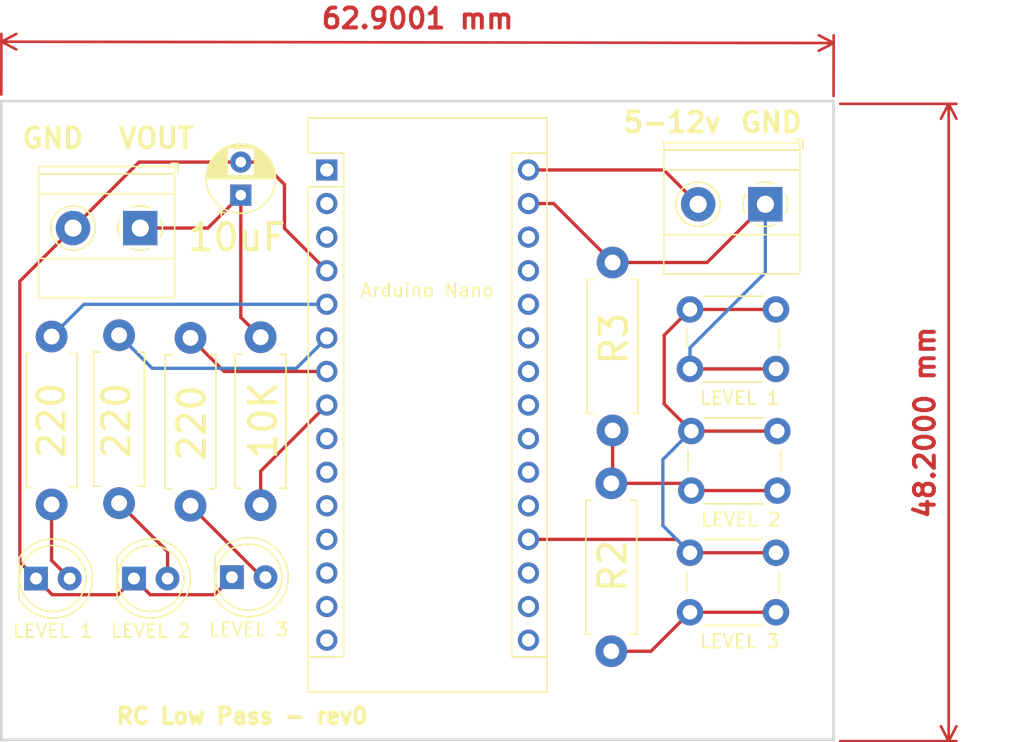
<source format=kicad_pcb>
(kicad_pcb (version 20211014) (generator pcbnew)
  (layers (0 "F.Cu" signal) (31 "B.Cu" signal) (34 "B.Paste" user) (35 "F.Paste" user) (36 "B.SilkS" user "B.Silkscreen") (37 "F.SilkS" user "F.Silkscreen") (38 "B.Mask" user) (39 "F.Mask" user) (44 "Edge.Cuts" user))
  (net 0 "")
  (net 4 "LED_1")
  (net 5 "LED_2")
  (net 6 "LED_3")
  (net 7 "ARDUINO_PIN")
  (net 27 "GND")
  (net 28 "VOLTAGE_IN")
  (net 29 "VOLTAGE_OUT")
  (net 30 "ANALOG")
  (net 31 "GND1")
  (net 32 "Net-(R2-Pad1)")
  (net 33 "Net-(R2-Pad2)")
  (net 34 "Net-(R4-Pad2)")
  (net 35 "Net-(R5-Pad2)")
  (net 36 "Net-(R6-Pad2)")
  (footprint "Button_Switch_THT:SW_PUSH_6mm" (layer "F.Cu") (at 160.85 95.45)
    (fp_text reference "SW2" hide)
    (fp_text value "LEVEL 2" (at 3.75 6.7) (layer "F.SilkS"))
    (fp_line (start -0.25 1.5) (end -0.25 3) (layer "F.SilkS") (width 0.12))
    (fp_line (start 6.75 3) (end 6.75 1.5) (layer "F.SilkS") (width 0.12))
    (fp_line (start 1 5.5) (end 5.5 5.5) (layer "F.SilkS") (width 0.12))
    (fp_line (start 5.5 -1) (end 1 -1) (layer "F.SilkS") (width 0.12))
    (pad "1" thru_hole circle (at 0 0 90) (size 2 2) (drill 1.1) (layers *.Cu *.Mask) (net 30 "ANALOG"))
    (pad "1" thru_hole circle (at 6.5 0 90) (size 2 2) (drill 1.1) (layers *.Cu *.Mask) (net 30 "ANALOG"))
    (pad "2" thru_hole circle (at 0 4.5 90) (size 2 2) (drill 1.1) (layers *.Cu *.Mask) (net 33 "Net-(R2-Pad2)"))
    (pad "2" thru_hole circle (at 6.5 4.5 90) (size 2 2) (drill 1.1) (layers *.Cu *.Mask) (net 33 "Net-(R2-Pad2)"))
  )
  (footprint "Resistor_THT:R_Axial_DIN0411_L9.9mm_D3.6mm_P12.70mm_Horizontal" (layer "F.Cu") (at 154.8 112.1 90)
    (fp_text reference "R2" (at 6.45 0.1 90) (layer "F.SilkS") (effects (font (size 2 2) (thickness 0.3))))
    (fp_text value "2K" hide)
    (fp_line (start 11.42 1.92) (end 11.42 1.44) (layer "F.SilkS") (width 0.12))
    (fp_line (start 1.28 1.92) (end 11.42 1.92) (layer "F.SilkS") (width 0.12))
    (fp_line (start 1.28 -1.92) (end 11.42 -1.92) (layer "F.SilkS") (width 0.12))
    (fp_line (start 1.28 1.44) (end 1.28 1.92) (layer "F.SilkS") (width 0.12))
    (fp_line (start 1.28 -1.44) (end 1.28 -1.92) (layer "F.SilkS") (width 0.12))
    (fp_line (start 11.42 -1.92) (end 11.42 -1.44) (layer "F.SilkS") (width 0.12))
    (pad "1" thru_hole circle (at 0 0 90) (size 2.4 2.4) (drill 1.2) (layers *.Cu *.Mask) (net 32 "Net-(R2-Pad1)"))
    (pad "2" thru_hole oval (at 12.7 0 90) (size 2.4 2.4) (drill 1.2) (layers *.Cu *.Mask) (net 33 "Net-(R2-Pad2)"))
  )
  (footprint "MountingHole:MountingHole_3mm" (layer "F.Cu") (at 168 115.1)
    (fp_text reference "H2" hide)
    (fp_text value "MountingHole" hide)
    (pad "" np_thru_hole circle (at 0 0) (size 3 3) (drill 3) (layers *.Cu *.Mask))
  )
  (footprint "Capacitor_THT:CP_Radial_D5.0mm_P2.50mm" (layer "F.Cu") (at 126.8 77.605113 90)
    (fp_text reference "C1" hide)
    (fp_text value "10uF" (at -3.194888 -0.3) (layer "F.SilkS") (effects (font (size 2 2) (thickness 0.3))))
    (fp_line (start 1.73 -2.536) (end 1.73 -1.04) (layer "F.SilkS") (width 0.12))
    (fp_line (start 1.85 -2.511) (end 1.85 -1.04) (layer "F.SilkS") (width 0.12))
    (fp_line (start 1.65 1.04) (end 1.65 2.55) (layer "F.SilkS") (width 0.12))
    (fp_line (start 2.091 1.04) (end 2.091 2.442) (layer "F.SilkS") (width 0.12))
    (fp_line (start 2.011 -2.468) (end 2.011 -1.04) (layer "F.SilkS") (width 0.12))
    (fp_line (start 2.531 1.04) (end 2.531 2.247) (layer "F.SilkS") (width 0.12))
    (fp_line (start 3.291 1.04) (end 3.291 1.605) (layer "F.SilkS") (width 0.12))
    (fp_line (start 2.411 1.04) (end 2.411 2.31) (layer "F.SilkS") (width 0.12))
    (fp_line (start 2.451 -2.29) (end 2.451 -1.04) (layer "F.SilkS") (width 0.12))
    (fp_line (start 1.41 -2.576) (end 1.41 2.576) (layer "F.SilkS") (width 0.12))
    (fp_line (start 2.291 -2.365) (end 2.291 -1.04) (layer "F.SilkS") (width 0.12))
    (fp_line (start 3.331 1.04) (end 3.331 1.554) (layer "F.SilkS") (width 0.12))
    (fp_line (start 1.37 -2.578) (end 1.37 2.578) (layer "F.SilkS") (width 0.12))
    (fp_line (start 1.69 -2.543) (end 1.69 -1.04) (layer "F.SilkS") (width 0.12))
    (fp_line (start 3.451 -1.383) (end 3.451 -1.04) (layer "F.SilkS") (width 0.12))
    (fp_line (start 2.011 1.04) (end 2.011 2.468) (layer "F.SilkS") (width 0.12))
    (fp_line (start 3.651 -1.011) (end 3.651 1.011) (layer "F.SilkS") (width 0.12))
    (fp_line (start 3.531 -1.251) (end 3.531 -1.04) (layer "F.SilkS") (width 0.12))
    (fp_line (start 2.731 -2.122) (end 2.731 -1.04) (layer "F.SilkS") (width 0.12))
    (fp_line (start 2.091 -2.442) (end 2.091 -1.04) (layer "F.SilkS") (width 0.12))
    (fp_line (start 3.491 -1.319) (end 3.491 -1.04) (layer "F.SilkS") (width 0.12))
    (fp_line (start 2.731 1.04) (end 2.731 2.122) (layer "F.SilkS") (width 0.12))
    (fp_line (start -1.304775 -1.725) (end -1.304775 -1.225) (layer "F.SilkS") (width 0.12))
    (fp_line (start 3.051 -1.864) (end 3.051 -1.04) (layer "F.SilkS") (width 0.12))
    (fp_line (start 3.691 -0.915) (end 3.691 0.915) (layer "F.SilkS") (width 0.12))
    (fp_line (start 2.051 1.04) (end 2.051 2.455) (layer "F.SilkS") (width 0.12))
    (fp_line (start 3.451 1.04) (end 3.451 1.383) (layer "F.SilkS") (width 0.12))
    (fp_line (start 2.531 -2.247) (end 2.531 -1.04) (layer "F.SilkS") (width 0.12))
    (fp_line (start 3.811 -0.518) (end 3.811 0.518) (layer "F.SilkS") (width 0.12))
    (fp_line (start 1.971 -2.48) (end 1.971 -1.04) (layer "F.SilkS") (width 0.12))
    (fp_line (start 3.131 -1.785) (end 3.131 -1.04) (layer "F.SilkS") (width 0.12))
    (fp_line (start 2.611 -2.2) (end 2.611 -1.04) (layer "F.SilkS") (width 0.12))
    (fp_line (start 2.811 1.04) (end 2.811 2.065) (layer "F.SilkS") (width 0.12))
    (fp_line (start 1.89 1.04) (end 1.89 2.501) (layer "F.SilkS") (width 0.12))
    (fp_line (start 3.331 -1.554) (end 3.331 -1.04) (layer "F.SilkS") (width 0.12))
    (fp_line (start 3.571 -1.178) (end 3.571 1.178) (layer "F.SilkS") (width 0.12))
    (fp_line (start 2.251 1.04) (end 2.251 2.382) (layer "F.SilkS") (width 0.12))
    (fp_line (start 1.25 -2.58) (end 1.25 2.58) (layer "F.SilkS") (width 0.12))
    (fp_line (start 3.051 1.04) (end 3.051 1.864) (layer "F.SilkS") (width 0.12))
    (fp_line (start 2.971 -1.937) (end 2.971 -1.04) (layer "F.SilkS") (width 0.12))
    (fp_line (start 2.891 1.04) (end 2.891 2.004) (layer "F.SilkS") (width 0.12))
    (fp_line (start 3.771 -0.677) (end 3.771 0.677) (layer "F.SilkS") (width 0.12))
    (fp_line (start 2.931 1.04) (end 2.931 1.971) (layer "F.SilkS") (width 0.12))
    (fp_line (start 2.891 -2.004) (end 2.891 -1.04) (layer "F.SilkS") (width 0.12))
    (fp_line (start 3.411 -1.443) (end 3.411 -1.04) (layer "F.SilkS") (width 0.12))
    (fp_line (start 3.211 -1.699) (end 3.211 -1.04) (layer "F.SilkS") (width 0.12))
    (fp_line (start 2.371 1.04) (end 2.371 2.329) (layer "F.SilkS") (width 0.12))
    (fp_line (start 2.491 -2.268) (end 2.491 -1.04) (layer "F.SilkS") (width 0.12))
    (fp_line (start 3.371 1.04) (end 3.371 1.5) (layer "F.SilkS") (width 0.12))
    (fp_line (start 3.091 1.04) (end 3.091 1.826) (layer "F.SilkS") (width 0.12))
    (fp_line (start 2.291 1.04) (end 2.291 2.365) (layer "F.SilkS") (width 0.12))
    (fp_line (start 2.211 -2.398) (end 2.211 -1.04) (layer "F.SilkS") (width 0.12))
    (fp_line (start 2.771 1.04) (end 2.771 2.095) (layer "F.SilkS") (width 0.12))
    (fp_line (start 1.65 -2.55) (end 1.65 -1.04) (layer "F.SilkS") (width 0.12))
    (fp_line (start 3.011 1.04) (end 3.011 1.901) (layer "F.SilkS") (width 0.12))
    (fp_line (start 1.89 -2.501) (end 1.89 -1.04) (layer "F.SilkS") (width 0.12))
    (fp_line (start 3.091 -1.826) (end 3.091 -1.04) (layer "F.SilkS") (width 0.12))
    (fp_line (start 2.931 -1.971) (end 2.931 -1.04) (layer "F.SilkS") (width 0.12))
    (fp_line (start 2.571 -2.224) (end 2.571 -1.04) (layer "F.SilkS") (width 0.12))
    (fp_line (start 1.49 -2.569) (end 1.49 -1.04) (layer "F.SilkS") (width 0.12))
    (fp_line (start 1.85 1.04) (end 1.85 2.511) (layer "F.SilkS") (width 0.12))
    (fp_line (start 2.331 -2.348) (end 2.331 -1.04) (layer "F.SilkS") (width 0.12))
    (fp_line (start 3.171 1.04) (end 3.171 1.743) (layer "F.SilkS") (width 0.12))
    (fp_line (start 3.851 -0.284) (end 3.851 0.284) (layer "F.SilkS") (width 0.12))
    (fp_line (start 1.81 -2.52) (end 1.81 -1.04) (layer "F.SilkS") (width 0.12))
    (fp_line (start 1.971 1.04) (end 1.971 2.48) (layer "F.SilkS") (width 0.12))
    (fp_line (start 3.371 -1.5) (end 3.371 -1.04) (layer "F.SilkS") (width 0.12))
    (fp_line (start 2.131 1.04) (end 2.131 2.428) (layer "F.SilkS") (width 0.12))
    (fp_line (start 2.371 -2.329) (end 2.371 -1.04) (layer "F.SilkS") (width 0.12))
    (fp_line (start 2.971 1.04) (end 2.971 1.937) (layer "F.SilkS") (width 0.12))
    (fp_line (start 3.131 1.04) (end 3.131 1.785) (layer "F.SilkS") (width 0.12))
    (fp_line (start 3.291 -1.605) (end 3.291 -1.04) (layer "F.SilkS") (width 0.12))
    (fp_line (start 2.251 -2.382) (end 2.251 -1.04) (layer "F.SilkS") (width 0.12))
    (fp_line (start 1.69 1.04) (end 1.69 2.543) (layer "F.SilkS") (width 0.12))
    (fp_line (start 1.29 -2.58) (end 1.29 2.58) (layer "F.SilkS") (width 0.12))
    (fp_line (start 1.77 -2.528) (end 1.77 -1.04) (layer "F.SilkS") (width 0.12))
    (fp_line (start 3.011 -1.901) (end 3.011 -1.04) (layer "F.SilkS") (width 0.12))
    (fp_line (start 3.211 1.04) (end 3.211 1.699) (layer "F.SilkS") (width 0.12))
    (fp_line (start 1.45 -2.573) (end 1.45 2.573) (layer "F.SilkS") (width 0.12))
    (fp_line (start 2.651 1.04) (end 2.651 2.175) (layer "F.SilkS") (width 0.12))
    (fp_line (start 3.531 1.04) (end 3.531 1.251) (layer "F.SilkS") (width 0.12))
    (fp_line (start 2.691 -2.149) (end 2.691 -1.04) (layer "F.SilkS") (width 0.12))
    (fp_line (start 1.93 1.04) (end 1.93 2.491) (layer "F.SilkS") (width 0.12))
    (fp_line (start 2.211 1.04) (end 2.211 2.398) (layer "F.SilkS") (width 0.12))
    (fp_line (start 3.491 1.04) (end 3.491 1.319) (layer "F.SilkS") (width 0.12))
    (fp_line (start 1.61 1.04) (end 1.61 2.556) (layer "F.SilkS") (width 0.12))
    (fp_line (start 1.53 -2.565) (end 1.53 -1.04) (layer "F.SilkS") (width 0.12))
    (fp_line (start 3.171 -1.743) (end 3.171 -1.04) (layer "F.SilkS") (width 0.12))
    (fp_line (start 2.131 -2.428) (end 2.131 -1.04) (layer "F.SilkS") (width 0.12))
    (fp_line (start 2.491 1.04) (end 2.491 2.268) (layer "F.SilkS") (width 0.12))
    (fp_line (start 3.731 -0.805) (end 3.731 0.805) (layer "F.SilkS") (width 0.12))
    (fp_line (start 2.051 -2.455) (end 2.051 -1.04) (layer "F.SilkS") (width 0.12))
    (fp_line (start 1.57 -2.561) (end 1.57 -1.04) (layer "F.SilkS") (width 0.12))
    (fp_line (start 1.33 -2.579) (end 1.33 2.579) (layer "F.SilkS") (width 0.12))
    (fp_line (start -1.554775 -1.475) (end -1.054775 -1.475) (layer "F.SilkS") (width 0.12))
    (fp_line (start 3.411 1.04) (end 3.411 1.443) (layer "F.SilkS") (width 0.12))
    (fp_line (start 2.851 1.04) (end 2.851 2.035) (layer "F.SilkS") (width 0.12))
    (fp_line (start 2.771 -2.095) (end 2.771 -1.04) (layer "F.SilkS") (width 0.12))
    (fp_line (start 2.171 -2.414) (end 2.171 -1.04) (layer "F.SilkS") (width 0.12))
    (fp_line (start 2.651 -2.175) (end 2.651 -1.04) (layer "F.SilkS") (width 0.12))
    (fp_line (start 1.53 1.04) (end 1.53 2.565) (layer "F.SilkS") (width 0.12))
    (fp_line (start 2.171 1.04) (end 2.171 2.414) (layer "F.SilkS") (width 0.12))
    (fp_line (start 2.331 1.04) (end 2.331 2.348) (layer "F.SilkS") (width 0.12))
    (fp_line (start 2.571 1.04) (end 2.571 2.224) (layer "F.SilkS") (width 0.12))
    (fp_line (start 3.251 -1.653) (end 3.251 -1.04) (layer "F.SilkS") (width 0.12))
    (fp_line (start 2.411 -2.31) (end 2.411 -1.04) (layer "F.SilkS") (width 0.12))
    (fp_line (start 1.61 -2.556) (end 1.61 -1.04) (layer "F.SilkS") (width 0.12))
    (fp_line (start 3.611 -1.098) (end 3.611 1.098) (layer "F.SilkS") (width 0.12))
    (fp_line (start 1.73 1.04) (end 1.73 2.536) (layer "F.SilkS") (width 0.12))
    (fp_line (start 2.691 1.04) (end 2.691 2.149) (layer "F.SilkS") (width 0.12))
    (fp_line (start 2.811 -2.065) (end 2.811 -1.04) (layer "F.SilkS") (width 0.12))
    (fp_line (start 1.77 1.04) (end 1.77 2.528) (layer "F.SilkS") (width 0.12))
    (fp_line (start 1.49 1.04) (end 1.49 2.569) (layer "F.SilkS") (width 0.12))
    (fp_line (start 2.451 1.04) (end 2.451 2.29) (layer "F.SilkS") (width 0.12))
    (fp_line (start 2.851 -2.035) (end 2.851 -1.04) (layer "F.SilkS") (width 0.12))
    (fp_line (start 3.251 1.04) (end 3.251 1.653) (layer "F.SilkS") (width 0.12))
    (fp_line (start 1.57 1.04) (end 1.57 2.561) (layer "F.SilkS") (width 0.12))
    (fp_line (start 2.611 1.04) (end 2.611 2.2) (layer "F.SilkS") (width 0.12))
    (fp_line (start 1.93 -2.491) (end 1.93 -1.04) (layer "F.SilkS") (width 0.12))
    (fp_line (start 1.81 1.04) (end 1.81 2.52) (layer "F.SilkS") (width 0.12))
    (fp_circle (center 1.25 0) (end 3.87 0) (layer "F.SilkS") (width 0.12) (fill none))
    (pad "1" thru_hole rect (at 0 0 90) (size 1.6 1.6) (drill 0.8) (layers *.Cu *.Mask) (net 29 "VOLTAGE_OUT"))
    (pad "2" thru_hole circle (at 2.5 0 90) (size 1.6 1.6) (drill 0.8) (layers *.Cu *.Mask) (net 27 "GND"))
  )
  (footprint "Module:Arduino_Nano" (layer "F.Cu") (at 133.3 75.7)
    (fp_text reference "A1" hide)
    (fp_text value "Arduino Nano" (at 7.6 9.1 180) (layer "F.SilkS"))
    (fp_line (start 1.27 -1.27) (end -1.4 -1.27) (layer "F.SilkS") (width 0.12))
    (fp_line (start -1.4 1.27) (end -1.4 39.5) (layer "F.SilkS") (width 0.12))
    (fp_line (start 1.27 36.83) (end -1.4 36.83) (layer "F.SilkS") (width 0.12))
    (fp_line (start 1.27 1.27) (end 1.27 36.83) (layer "F.SilkS") (width 0.12))
    (fp_line (start 13.97 -1.27) (end 13.97 36.83) (layer "F.SilkS") (width 0.12))
    (fp_line (start -1.4 -3.94) (end -1.4 -1.27) (layer "F.SilkS") (width 0.12))
    (fp_line (start 16.64 39.5) (end 16.64 -3.94) (layer "F.SilkS") (width 0.12))
    (fp_line (start -1.4 39.5) (end 16.64 39.5) (layer "F.SilkS") (width 0.12))
    (fp_line (start 16.64 -3.94) (end -1.4 -3.94) (layer "F.SilkS") (width 0.12))
    (fp_line (start 13.97 -1.27) (end 16.64 -1.27) (layer "F.SilkS") (width 0.12))
    (fp_line (start 1.27 1.27) (end 1.27 -1.27) (layer "F.SilkS") (width 0.12))
    (fp_line (start 13.97 36.83) (end 16.64 36.83) (layer "F.SilkS") (width 0.12))
    (fp_line (start 1.27 1.27) (end -1.4 1.27) (layer "F.SilkS") (width 0.12))
    (pad "1" thru_hole rect (at 0 0) (size 1.6 1.6) (drill 1) (layers *.Cu *.Mask))
    (pad "2" thru_hole oval (at 0 2.54) (size 1.6 1.6) (drill 1) (layers *.Cu *.Mask))
    (pad "3" thru_hole oval (at 0 5.08) (size 1.6 1.6) (drill 1) (layers *.Cu *.Mask))
    (pad "4" thru_hole oval (at 0 7.62) (size 1.6 1.6) (drill 1) (layers *.Cu *.Mask) (net 27 "GND"))
    (pad "5" thru_hole oval (at 0 10.16) (size 1.6 1.6) (drill 1) (layers *.Cu *.Mask) (net 4 "LED_1"))
    (pad "6" thru_hole oval (at 0 12.7) (size 1.6 1.6) (drill 1) (layers *.Cu *.Mask) (net 5 "LED_2"))
    (pad "7" thru_hole oval (at 0 15.24) (size 1.6 1.6) (drill 1) (layers *.Cu *.Mask) (net 6 "LED_3"))
    (pad "8" thru_hole oval (at 0 17.78) (size 1.6 1.6) (drill 1) (layers *.Cu *.Mask) (net 7 "ARDUINO_PIN"))
    (pad "9" thru_hole oval (at 0 20.32) (size 1.6 1.6) (drill 1) (layers *.Cu *.Mask))
    (pad "10" thru_hole oval (at 0 22.86) (size 1.6 1.6) (drill 1) (layers *.Cu *.Mask))
    (pad "11" thru_hole oval (at 0 25.4) (size 1.6 1.6) (drill 1) (layers *.Cu *.Mask))
    (pad "12" thru_hole oval (at 0 27.94) (size 1.6 1.6) (drill 1) (layers *.Cu *.Mask))
    (pad "13" thru_hole oval (at 0 30.48) (size 1.6 1.6) (drill 1) (layers *.Cu *.Mask))
    (pad "14" thru_hole oval (at 0 33.02) (size 1.6 1.6) (drill 1) (layers *.Cu *.Mask))
    (pad "15" thru_hole oval (at 0 35.56) (size 1.6 1.6) (drill 1) (layers *.Cu *.Mask))
    (pad "16" thru_hole oval (at 15.24 35.56) (size 1.6 1.6) (drill 1) (layers *.Cu *.Mask))
    (pad "17" thru_hole oval (at 15.24 33.02) (size 1.6 1.6) (drill 1) (layers *.Cu *.Mask))
    (pad "18" thru_hole oval (at 15.24 30.48) (size 1.6 1.6) (drill 1) (layers *.Cu *.Mask))
    (pad "19" thru_hole oval (at 15.24 27.94) (size 1.6 1.6) (drill 1) (layers *.Cu *.Mask) (net 30 "ANALOG"))
    (pad "20" thru_hole oval (at 15.24 25.4) (size 1.6 1.6) (drill 1) (layers *.Cu *.Mask))
    (pad "21" thru_hole oval (at 15.24 22.86) (size 1.6 1.6) (drill 1) (layers *.Cu *.Mask))
    (pad "22" thru_hole oval (at 15.24 20.32) (size 1.6 1.6) (drill 1) (layers *.Cu *.Mask))
    (pad "23" thru_hole oval (at 15.24 17.78) (size 1.6 1.6) (drill 1) (layers *.Cu *.Mask))
    (pad "24" thru_hole oval (at 15.24 15.24) (size 1.6 1.6) (drill 1) (layers *.Cu *.Mask))
    (pad "25" thru_hole oval (at 15.24 12.7) (size 1.6 1.6) (drill 1) (layers *.Cu *.Mask))
    (pad "26" thru_hole oval (at 15.24 10.16) (size 1.6 1.6) (drill 1) (layers *.Cu *.Mask))
    (pad "27" thru_hole oval (at 15.24 7.62) (size 1.6 1.6) (drill 1) (layers *.Cu *.Mask))
    (pad "28" thru_hole oval (at 15.24 5.08) (size 1.6 1.6) (drill 1) (layers *.Cu *.Mask))
    (pad "29" thru_hole oval (at 15.24 2.54) (size 1.6 1.6) (drill 1) (layers *.Cu *.Mask) (net 31 "GND1"))
    (pad "30" thru_hole oval (at 15.24 0) (size 1.6 1.6) (drill 1) (layers *.Cu *.Mask) (net 28 "VOLTAGE_IN"))
  )
  (footprint "Resistor_THT:R_Axial_DIN0411_L9.9mm_D3.6mm_P12.70mm_Horizontal" (layer "F.Cu") (at 154.9 95.4 90)
    (fp_text reference "R3" (at 6.95 0.1 90) (layer "F.SilkS") (effects (font (size 2 2) (thickness 0.3))))
    (fp_text value "2K" hide)
    (fp_line (start 11.42 -1.92) (end 11.42 -1.44) (layer "F.SilkS") (width 0.12))
    (fp_line (start 11.42 1.92) (end 11.42 1.44) (layer "F.SilkS") (width 0.12))
    (fp_line (start 1.28 1.44) (end 1.28 1.92) (layer "F.SilkS") (width 0.12))
    (fp_line (start 1.28 1.92) (end 11.42 1.92) (layer "F.SilkS") (width 0.12))
    (fp_line (start 1.28 -1.92) (end 11.42 -1.92) (layer "F.SilkS") (width 0.12))
    (fp_line (start 1.28 -1.44) (end 1.28 -1.92) (layer "F.SilkS") (width 0.12))
    (pad "1" thru_hole circle (at 0 0 90) (size 2.4 2.4) (drill 1.2) (layers *.Cu *.Mask) (net 33 "Net-(R2-Pad2)"))
    (pad "2" thru_hole oval (at 12.7 0 90) (size 2.4 2.4) (drill 1.2) (layers *.Cu *.Mask) (net 31 "GND1"))
  )
  (footprint "MountingHole:MountingHole_3mm" (layer "F.Cu") (at 113.2 114.876494)
    (fp_text reference "H1" hide)
    (fp_text value "MountingHole" hide)
    (pad "" np_thru_hole circle (at 0 0) (size 3 3) (drill 3) (layers *.Cu *.Mask))
  )
  (footprint "Button_Switch_THT:SW_PUSH_6mm" (layer "F.Cu") (at 160.75 86.25)
    (fp_text reference "SW1" hide)
    (fp_text value "LEVEL 1" (at 3.75 6.7) (layer "F.SilkS"))
    (fp_line (start -0.25 1.5) (end -0.25 3) (layer "F.SilkS") (width 0.12))
    (fp_line (start 1 5.5) (end 5.5 5.5) (layer "F.SilkS") (width 0.12))
    (fp_line (start 5.5 -1) (end 1 -1) (layer "F.SilkS") (width 0.12))
    (fp_line (start 6.75 3) (end 6.75 1.5) (layer "F.SilkS") (width 0.12))
    (pad "1" thru_hole circle (at 6.5 0 90) (size 2 2) (drill 1.1) (layers *.Cu *.Mask) (net 30 "ANALOG"))
    (pad "1" thru_hole circle (at 0 0 90) (size 2 2) (drill 1.1) (layers *.Cu *.Mask) (net 30 "ANALOG"))
    (pad "2" thru_hole circle (at 0 4.5 90) (size 2 2) (drill 1.1) (layers *.Cu *.Mask) (net 31 "GND1"))
    (pad "2" thru_hole circle (at 6.5 4.5 90) (size 2 2) (drill 1.1) (layers *.Cu *.Mask) (net 31 "GND1"))
  )
  (footprint "LED_THT:LED_D5.0mm" (layer "F.Cu") (at 126.125 106.5)
    (fp_text reference "D3" hide)
    (fp_text value "LEVEL 3" (at 1.27 3.96) (layer "F.SilkS"))
    (fp_line (start -1.29 -1.545) (end -1.29 1.545) (layer "F.SilkS") (width 0.12))
    (fp_arc (start 4.26 -0.000462) (mid 2.072002 2.880433) (end -1.29 1.54483) (layer "F.SilkS") (width 0.12))
    (fp_arc (start -1.29 -1.54483) (mid 2.072002 -2.880433) (end 4.26 0.000462) (layer "F.SilkS") (width 0.12))
    (fp_circle (center 1.27 0) (end 3.77 0) (layer "F.SilkS") (width 0.12) (fill none))
    (pad "1" thru_hole rect (at 0 0) (size 1.8 1.8) (drill 0.9) (layers *.Cu *.Mask) (net 27 "GND"))
    (pad "2" thru_hole circle (at 2.54 0) (size 1.8 1.8) (drill 0.9) (layers *.Cu *.Mask) (net 36 "Net-(R6-Pad2)"))
  )
  (footprint "TerminalBlock_Phoenix:TerminalBlock_Phoenix_MKDS-1,5-2-5.08_1x02_P5.08mm_Horizontal" (layer "F.Cu") (at 119.2 80.095 180)
    (fp_text reference "J1" hide)
    (fp_text value "Out" hide)
    (fp_line (start 6.355 -1.069) (end 6.308 -1.023) (layer "F.SilkS") (width 0.12))
    (fp_line (start -2.6 4.66) (end 7.68 4.66) (layer "F.SilkS") (width 0.12))
    (fp_line (start 3.853 1.023) (end 3.806 1.069) (layer "F.SilkS") (width 0.12))
    (fp_line (start -2.6 4.1) (end 7.68 4.1) (layer "F.SilkS") (width 0.12))
    (fp_line (start -2.6 -5.261) (end -2.6 4.66) (layer "F.SilkS") (width 0.12))
    (fp_line (start 4.046 1.239) (end 4.011 1.274) (layer "F.SilkS") (width 0.12))
    (fp_line (start -2.84 4.9) (end -2.34 4.9) (layer "F.SilkS") (width 0.12))
    (fp_line (start -2.6 -5.261) (end 7.68 -5.261) (layer "F.SilkS") (width 0.12))
    (fp_line (start -2.6 -2.301) (end 7.68 -2.301) (layer "F.SilkS") (width 0.12))
    (fp_line (start -2.84 4.16) (end -2.84 4.9) (layer "F.SilkS") (width 0.12))
    (fp_line (start 6.15 -1.275) (end 6.115 -1.239) (layer "F.SilkS") (width 0.12))
    (fp_line (start 7.68 -5.261) (end 7.68 4.66) (layer "F.SilkS") (width 0.12))
    (fp_line (start -2.6 2.6) (end 7.68 2.6) (layer "F.SilkS") (width 0.12))
    (fp_arc (start -1.535427 0.683042) (mid -1.680501 -0.000524) (end -1.535 -0.684) (layer "F.SilkS") (width 0.12))
    (fp_arc (start -0.683042 -1.535427) (mid 0.000524 -1.680501) (end 0.684 -1.535) (layer "F.SilkS") (width 0.12))
    (fp_arc (start 1.535427 -0.683042) (mid 1.680501 0.000524) (end 1.535 0.684) (layer "F.SilkS") (width 0.12))
    (fp_arc (start 0.683318 1.534756) (mid 0.349292 1.643288) (end 0 1.68) (layer "F.SilkS") (width 0.12))
    (fp_arc (start 0.028805 1.680253) (mid -0.335551 1.646659) (end -0.684 1.535) (layer "F.SilkS") (width 0.12))
    (fp_circle (center 5.08 0) (end 6.76 0) (layer "F.SilkS") (width 0.12) (fill none))
    (pad "1" thru_hole rect (at 0 0 180) (size 2.6 2.6) (drill 1.3) (layers *.Cu *.Mask) (net 29 "VOLTAGE_OUT"))
    (pad "2" thru_hole circle (at 5.08 0 180) (size 2.6 2.6) (drill 1.3) (layers *.Cu *.Mask) (net 27 "GND"))
  )
  (footprint "Resistor_THT:R_Axial_DIN0411_L9.9mm_D3.6mm_P12.70mm_Horizontal" (layer "F.Cu") (at 112.5 88.3 -90)
    (fp_text reference "R4" hide)
    (fp_text value "220" (at 6.35 0 90) (layer "F.SilkS") (effects (font (size 2 2) (thickness 0.3))))
    (fp_line (start 1.28 1.92) (end 11.42 1.92) (layer "F.SilkS") (width 0.12))
    (fp_line (start 1.28 -1.44) (end 1.28 -1.92) (layer "F.SilkS") (width 0.12))
    (fp_line (start 11.42 -1.92) (end 11.42 -1.44) (layer "F.SilkS") (width 0.12))
    (fp_line (start 1.28 1.44) (end 1.28 1.92) (layer "F.SilkS") (width 0.12))
    (fp_line (start 1.28 -1.92) (end 11.42 -1.92) (layer "F.SilkS") (width 0.12))
    (fp_line (start 11.42 1.92) (end 11.42 1.44) (layer "F.SilkS") (width 0.12))
    (pad "1" thru_hole circle (at 0 0 270) (size 2.4 2.4) (drill 1.2) (layers *.Cu *.Mask) (net 4 "LED_1"))
    (pad "2" thru_hole oval (at 12.7 0 270) (size 2.4 2.4) (drill 1.2) (layers *.Cu *.Mask) (net 34 "Net-(R4-Pad2)"))
  )
  (footprint "LED_THT:LED_D5.0mm" (layer "F.Cu") (at 111.325 106.6)
    (fp_text reference "D1" hide)
    (fp_text value "LEVEL 1" (at 1.27 3.96) (layer "F.SilkS"))
    (fp_line (start -1.29 -1.545) (end -1.29 1.545) (layer "F.SilkS") (width 0.12))
    (fp_arc (start -1.29 -1.54483) (mid 2.072002 -2.880433) (end 4.26 0.000462) (layer "F.SilkS") (width 0.12))
    (fp_arc (start 4.26 -0.000462) (mid 2.072002 2.880433) (end -1.29 1.54483) (layer "F.SilkS") (width 0.12))
    (fp_circle (center 1.27 0) (end 3.77 0) (layer "F.SilkS") (width 0.12) (fill none))
    (pad "1" thru_hole rect (at 0 0) (size 1.8 1.8) (drill 0.9) (layers *.Cu *.Mask) (net 27 "GND"))
    (pad "2" thru_hole circle (at 2.54 0) (size 1.8 1.8) (drill 0.9) (layers *.Cu *.Mask) (net 34 "Net-(R4-Pad2)"))
  )
  (footprint "Resistor_THT:R_Axial_DIN0411_L9.9mm_D3.6mm_P12.70mm_Horizontal" (layer "F.Cu") (at 117.6 88.2 -90)
    (fp_text reference "R5" hide)
    (fp_text value "220" (at 6.45 0.2 90) (layer "F.SilkS") (effects (font (size 2 2) (thickness 0.3))))
    (fp_line (start 11.42 -1.92) (end 11.42 -1.44) (layer "F.SilkS") (width 0.12))
    (fp_line (start 1.28 -1.44) (end 1.28 -1.92) (layer "F.SilkS") (width 0.12))
    (fp_line (start 11.42 1.92) (end 11.42 1.44) (layer "F.SilkS") (width 0.12))
    (fp_line (start 1.28 1.92) (end 11.42 1.92) (layer "F.SilkS") (width 0.12))
    (fp_line (start 1.28 -1.92) (end 11.42 -1.92) (layer "F.SilkS") (width 0.12))
    (fp_line (start 1.28 1.44) (end 1.28 1.92) (layer "F.SilkS") (width 0.12))
    (pad "1" thru_hole circle (at 0 0 270) (size 2.4 2.4) (drill 1.2) (layers *.Cu *.Mask) (net 5 "LED_2"))
    (pad "2" thru_hole oval (at 12.7 0 270) (size 2.4 2.4) (drill 1.2) (layers *.Cu *.Mask) (net 35 "Net-(R5-Pad2)"))
  )
  (footprint "Resistor_THT:R_Axial_DIN0411_L9.9mm_D3.6mm_P12.70mm_Horizontal" (layer "F.Cu") (at 123 88.4 -90)
    (fp_text reference "R6" hide)
    (fp_text value "220" (at 6.45 -0.1 90) (layer "F.SilkS") (effects (font (size 2 2) (thickness 0.3))))
    (fp_line (start 1.28 1.92) (end 11.42 1.92) (layer "F.SilkS") (width 0.12))
    (fp_line (start 1.28 1.44) (end 1.28 1.92) (layer "F.SilkS") (width 0.12))
    (fp_line (start 11.42 -1.92) (end 11.42 -1.44) (layer "F.SilkS") (width 0.12))
    (fp_line (start 1.28 -1.92) (end 11.42 -1.92) (layer "F.SilkS") (width 0.12))
    (fp_line (start 11.42 1.92) (end 11.42 1.44) (layer "F.SilkS") (width 0.12))
    (fp_line (start 1.28 -1.44) (end 1.28 -1.92) (layer "F.SilkS") (width 0.12))
    (pad "1" thru_hole circle (at 0 0 270) (size 2.4 2.4) (drill 1.2) (layers *.Cu *.Mask) (net 6 "LED_3"))
    (pad "2" thru_hole oval (at 12.7 0 270) (size 2.4 2.4) (drill 1.2) (layers *.Cu *.Mask) (net 36 "Net-(R6-Pad2)"))
  )
  (footprint "Resistor_THT:R_Axial_DIN0411_L9.9mm_D3.6mm_P12.70mm_Horizontal" (layer "F.Cu") (at 128.3 101.05 90)
    (fp_text reference "R1" hide)
    (fp_text value "10K" (at 6.4 0.2 90) (layer "F.SilkS") (effects (font (size 2 2) (thickness 0.3))))
    (fp_line (start 1.28 1.44) (end 1.28 1.92) (layer "F.SilkS") (width 0.12))
    (fp_line (start 11.42 -1.92) (end 11.42 -1.44) (layer "F.SilkS") (width 0.12))
    (fp_line (start 1.28 -1.44) (end 1.28 -1.92) (layer "F.SilkS") (width 0.12))
    (fp_line (start 11.42 1.92) (end 11.42 1.44) (layer "F.SilkS") (width 0.12))
    (fp_line (start 1.28 1.92) (end 11.42 1.92) (layer "F.SilkS") (width 0.12))
    (fp_line (start 1.28 -1.92) (end 11.42 -1.92) (layer "F.SilkS") (width 0.12))
    (pad "1" thru_hole circle (at 0 0 90) (size 2.4 2.4) (drill 1.2) (layers *.Cu *.Mask) (net 7 "ARDUINO_PIN"))
    (pad "2" thru_hole oval (at 12.7 0 90) (size 2.4 2.4) (drill 1.2) (layers *.Cu *.Mask) (net 29 "VOLTAGE_OUT"))
  )
  (footprint "LED_THT:LED_D5.0mm" (layer "F.Cu") (at 118.725 106.6)
    (fp_text reference "D2" hide)
    (fp_text value "LEVEL 2" (at 1.27 3.96) (layer "F.SilkS"))
    (fp_line (start -1.29 -1.545) (end -1.29 1.545) (layer "F.SilkS") (width 0.12))
    (fp_arc (start 4.26 -0.000462) (mid 2.072002 2.880433) (end -1.29 1.54483) (layer "F.SilkS") (width 0.12))
    (fp_arc (start -1.29 -1.54483) (mid 2.072002 -2.880433) (end 4.26 0.000462) (layer "F.SilkS") (width 0.12))
    (fp_circle (center 1.27 0) (end 3.77 0) (layer "F.SilkS") (width 0.12) (fill none))
    (pad "1" thru_hole rect (at 0 0) (size 1.8 1.8) (drill 0.9) (layers *.Cu *.Mask) (net 27 "GND"))
    (pad "2" thru_hole circle (at 2.54 0) (size 1.8 1.8) (drill 0.9) (layers *.Cu *.Mask) (net 35 "Net-(R5-Pad2)"))
  )
  (footprint "TerminalBlock_Phoenix:TerminalBlock_Phoenix_MKDS-1,5-2-5.08_1x02_P5.08mm_Horizontal" (layer "F.Cu") (at 166.445 78.295 180)
    (fp_text reference "J2" hide)
    (fp_text value "In" hide)
    (fp_line (start -2.84 4.16) (end -2.84 4.9) (layer "F.SilkS") (width 0.12))
    (fp_line (start 7.68 -5.261) (end 7.68 4.66) (layer "F.SilkS") (width 0.12))
    (fp_line (start -2.6 -5.261) (end 7.68 -5.261) (layer "F.SilkS") (width 0.12))
    (fp_line (start -2.6 4.1) (end 7.68 4.1) (layer "F.SilkS") (width 0.12))
    (fp_line (start -2.6 4.66) (end 7.68 4.66) (layer "F.SilkS") (width 0.12))
    (fp_line (start -2.6 -5.261) (end -2.6 4.66) (layer "F.SilkS") (width 0.12))
    (fp_line (start 6.355 -1.069) (end 6.308 -1.023) (layer "F.SilkS") (width 0.12))
    (fp_line (start -2.84 4.9) (end -2.34 4.9) (layer "F.SilkS") (width 0.12))
    (fp_line (start 3.853 1.023) (end 3.806 1.069) (layer "F.SilkS") (width 0.12))
    (fp_line (start -2.6 2.6) (end 7.68 2.6) (layer "F.SilkS") (width 0.12))
    (fp_line (start 6.15 -1.275) (end 6.115 -1.239) (layer "F.SilkS") (width 0.12))
    (fp_line (start -2.6 -2.301) (end 7.68 -2.301) (layer "F.SilkS") (width 0.12))
    (fp_line (start 4.046 1.239) (end 4.011 1.274) (layer "F.SilkS") (width 0.12))
    (fp_arc (start 0.028805 1.680253) (mid -0.335551 1.646659) (end -0.684 1.535) (layer "F.SilkS") (width 0.12))
    (fp_arc (start 1.535427 -0.683042) (mid 1.680501 0.000524) (end 1.535 0.684) (layer "F.SilkS") (width 0.12))
    (fp_arc (start 0.683318 1.534756) (mid 0.349292 1.643288) (end 0 1.68) (layer "F.SilkS") (width 0.12))
    (fp_arc (start -1.535427 0.683042) (mid -1.680501 -0.000524) (end -1.535 -0.684) (layer "F.SilkS") (width 0.12))
    (fp_arc (start -0.683042 -1.535427) (mid 0.000524 -1.680501) (end 0.684 -1.535) (layer "F.SilkS") (width 0.12))
    (fp_circle (center 5.08 0) (end 6.76 0) (layer "F.SilkS") (width 0.12) (fill none))
    (pad "1" thru_hole rect (at 0 0 180) (size 2.6 2.6) (drill 1.3) (layers *.Cu *.Mask) (net 31 "GND1"))
    (pad "2" thru_hole circle (at 5.08 0 180) (size 2.6 2.6) (drill 1.3) (layers *.Cu *.Mask) (net 28 "VOLTAGE_IN"))
  )
  (footprint "Button_Switch_THT:SW_PUSH_6mm" (layer "F.Cu") (at 160.75 104.65)
    (fp_text reference "SW3" hide)
    (fp_text value "LEVEL 3" (at 3.75 6.7) (layer "F.SilkS"))
    (fp_line (start 5.5 -1) (end 1 -1) (layer "F.SilkS") (width 0.12))
    (fp_line (start -0.25 1.5) (end -0.25 3) (layer "F.SilkS") (width 0.12))
    (fp_line (start 1 5.5) (end 5.5 5.5) (layer "F.SilkS") (width 0.12))
    (fp_line (start 6.75 3) (end 6.75 1.5) (layer "F.SilkS") (width 0.12))
    (pad "1" thru_hole circle (at 0 0 90) (size 2 2) (drill 1.1) (layers *.Cu *.Mask) (net 30 "ANALOG"))
    (pad "1" thru_hole circle (at 6.5 0 90) (size 2 2) (drill 1.1) (layers *.Cu *.Mask) (net 30 "ANALOG"))
    (pad "2" thru_hole circle (at 0 4.5 90) (size 2 2) (drill 1.1) (layers *.Cu *.Mask) (net 32 "Net-(R2-Pad1)"))
    (pad "2" thru_hole circle (at 6.5 4.5 90) (size 2 2) (drill 1.1) (layers *.Cu *.Mask) (net 32 "Net-(R2-Pad1)"))
  )
  (gr_rect (start 108.7 70.5) (end 171.6 118.8) (layer "Edge.Cuts") (width 0.2) (fill none))
  (gr_text "RC Low Pass - rev0" (at 126.9 117) (layer "F.SilkS") (effects (font (size 1.2 1.2) (thickness 0.3))))
  (gr_text "GND" (at 112.6 73.3) (layer "F.SilkS") (effects (font (size 1.5 1.5) (thickness 0.3))))
  (gr_text "5-12v" (at 159.4 72.1) (layer "F.SilkS") (effects (font (size 1.5 1.5) (thickness 0.3))))
  (gr_text "VOUT" (at 120.4 73.3) (layer "F.SilkS") (effects (font (size 1.5 1.5) (thickness 0.3))))
  (gr_text "GND" (at 166.9 72.1) (layer "F.SilkS") (effects (font (size 1.5 1.5) (thickness 0.3))))
  (dimension (type aligned) (layer "F.Cu") (pts (xy 171.6 70.6) (xy 108.7 70.5)) (height 4.500171) (gr_text "62.9001 mm" (at 140.160016 64.249837 -0.09109019275) (layer "F.Cu") (effects (font (size 1.5 1.5) (thickness 0.3)))) (format (units 3) (units_format 1) (precision 4)) (style (thickness 0.2) (arrow_length 1.27) (text_position_mode 0) (extension_height 0.58642) (extension_offset 0.5) keep_text_aligned))
  (dimension (type aligned) (layer "F.Cu") (pts (xy 171.6 70.7) (xy 171.6 118.9)) (height -8.7) (gr_text "48.2000 mm" (at 178.5 94.8 90) (layer "F.Cu") (effects (font (size 1.5 1.5) (thickness 0.3)))) (format (units 3) (units_format 1) (precision 4)) (style (thickness 0.2) (arrow_length 1.27) (text_position_mode 0) (extension_height 0.58642) (extension_offset 0.5) keep_text_aligned))
  (segment (start 114.94 85.86) (end 133.3 85.86) (width 0.25) (layer "B.Cu") (net 4))
  (segment (start 112.5 88.3) (end 114.94 85.86) (width 0.25) (layer "B.Cu") (net 4))
  (segment (start 131 90.7) (end 133.3 88.4) (width 0.25) (layer "B.Cu") (net 5))
  (segment (start 117.6 88.2) (end 120.1 90.7) (width 0.25) (layer "B.Cu") (net 5))
  (segment (start 120.1 90.7) (end 131 90.7) (width 0.25) (layer "B.Cu") (net 5))
  (segment (start 125.54 90.94) (end 133.3 90.94) (width 0.25) (layer "F.Cu") (net 6))
  (segment (start 123 88.4) (end 125.54 90.94) (width 0.25) (layer "F.Cu") (net 6))
  (segment (start 128.3 98.48) (end 133.3 93.48) (width 0.25) (layer "F.Cu") (net 7))
  (segment (start 128.3 101.05) (end 128.3 98.48) (width 0.25) (layer "F.Cu") (net 7))
  (segment (start 130.1 76.8) (end 130.1 80.12) (width 0.25) (layer "F.Cu") (net 27))
  (segment (start 126.8 75.105113) (end 128.405113 75.105113) (width 0.25) (layer "F.Cu") (net 27))
  (segment (start 112.549511 107.824511) (end 117.500489 107.824511) (width 0.25) (layer "F.Cu") (net 27))
  (segment (start 130.1 80.12) (end 133.3 83.32) (width 0.25) (layer "F.Cu") (net 27))
  (segment (start 110.1 105.375) (end 111.325 106.6) (width 0.25) (layer "F.Cu") (net 27))
  (segment (start 114.12 80.095) (end 119.109887 75.105113) (width 0.25) (layer "F.Cu") (net 27))
  (segment (start 124.800489 107.824511) (end 119.949511 107.824511) (width 0.25) (layer "F.Cu") (net 27))
  (segment (start 119.109887 75.105113) (end 126.8 75.105113) (width 0.25) (layer "F.Cu") (net 27))
  (segment (start 114.12 80.095) (end 110.1 84.115) (width 0.25) (layer "F.Cu") (net 27))
  (segment (start 128.405113 75.105113) (end 130.1 76.8) (width 0.25) (layer "F.Cu") (net 27))
  (segment (start 110.1 84.115) (end 110.1 105.375) (width 0.25) (layer "F.Cu") (net 27))
  (segment (start 119.949511 107.824511) (end 118.725 106.6) (width 0.25) (layer "F.Cu") (net 27))
  (segment (start 111.325 106.6) (end 112.549511 107.824511) (width 0.25) (layer "F.Cu") (net 27))
  (segment (start 126.125 106.5) (end 124.800489 107.824511) (width 0.25) (layer "F.Cu") (net 27))
  (segment (start 117.500489 107.824511) (end 118.725 106.6) (width 0.25) (layer "F.Cu") (net 27))
  (segment (start 148.54 75.7) (end 158.77 75.7) (width 0.25) (layer "F.Cu") (net 28))
  (segment (start 158.77 75.7) (end 161.365 78.295) (width 0.25) (layer "F.Cu") (net 28))
  (segment (start 119.2 80.095) (end 124.310113 80.095) (width 0.25) (layer "F.Cu") (net 29))
  (segment (start 126.8 77.605113) (end 126.8 86.85) (width 0.25) (layer "F.Cu") (net 29))
  (segment (start 124.310113 80.095) (end 126.8 77.605113) (width 0.25) (layer "F.Cu") (net 29))
  (segment (start 126.8 86.85) (end 128.3 88.35) (width 0.25) (layer "F.Cu") (net 29))
  (segment (start 148.54 103.64) (end 159.74 103.64) (width 0.25) (layer "F.Cu") (net 30))
  (segment (start 167.25 104.65) (end 160.75 104.65) (width 0.25) (layer "F.Cu") (net 30))
  (segment (start 160.85 95.45) (end 167.35 95.45) (width 0.25) (layer "F.Cu") (net 30))
  (segment (start 158.8 88.2) (end 158.8 93.4) (width 0.25) (layer "F.Cu") (net 30))
  (segment (start 167.25 86.25) (end 160.75 86.25) (width 0.25) (layer "F.Cu") (net 30))
  (segment (start 159.74 103.64) (end 160.75 104.65) (width 0.25) (layer "F.Cu") (net 30))
  (segment (start 160.75 86.25) (end 158.8 88.2) (width 0.25) (layer "F.Cu") (net 30))
  (segment (start 158.8 93.4) (end 160.85 95.45) (width 0.25) (layer "F.Cu") (net 30))
  (segment (start 158.7 102.6) (end 160.75 104.65) (width 0.25) (layer "B.Cu") (net 30))
  (segment (start 158.7 97.6) (end 158.7 102.6) (width 0.25) (layer "B.Cu") (net 30))
  (segment (start 160.85 95.45) (end 158.7 97.6) (width 0.25) (layer "B.Cu") (net 30))
  (segment (start 162.04 82.7) (end 154.9 82.7) (width 0.25) (layer "F.Cu") (net 31))
  (segment (start 160.75 90.75) (end 167.25 90.75) (width 0.25) (layer "F.Cu") (net 31))
  (segment (start 150.44 78.24) (end 154.9 82.7) (width 0.25) (layer "F.Cu") (net 31))
  (segment (start 148.54 78.24) (end 150.44 78.24) (width 0.25) (layer "F.Cu") (net 31))
  (segment (start 166.445 78.295) (end 162.04 82.7) (width 0.25) (layer "F.Cu") (net 31))
  (segment (start 166.445 83.455) (end 160.75 89.15) (width 0.25) (layer "B.Cu") (net 31))
  (segment (start 166.445 78.295) (end 166.445 83.455) (width 0.25) (layer "B.Cu") (net 31))
  (segment (start 160.75 89.15) (end 160.75 90.75) (width 0.25) (layer "B.Cu") (net 31))
  (segment (start 154.8 112.1) (end 157.8 112.1) (width 0.25) (layer "F.Cu") (net 32))
  (segment (start 157.8 112.1) (end 160.75 109.15) (width 0.25) (layer "F.Cu") (net 32))
  (segment (start 167.25 109.15) (end 160.75 109.15) (width 0.25) (layer "F.Cu") (net 32))
  (segment (start 167.35 99.95) (end 160.85 99.95) (width 0.25) (layer "F.Cu") (net 33))
  (segment (start 154.8 99.4) (end 160.3 99.4) (width 0.25) (layer "F.Cu") (net 33))
  (segment (start 154.9 95.4) (end 154.9 99.3) (width 0.25) (layer "F.Cu") (net 33))
  (segment (start 160.3 99.4) (end 160.85 99.95) (width 0.25) (layer "F.Cu") (net 33))
  (segment (start 154.9 99.3) (end 154.8 99.4) (width 0.25) (layer "F.Cu") (net 33))
  (segment (start 112.5 101) (end 112.5 105.235) (width 0.25) (layer "F.Cu") (net 34))
  (segment (start 112.5 105.235) (end 113.865 106.6) (width 0.25) (layer "F.Cu") (net 34))
  (segment (start 117.6 100.9) (end 121.265 104.565) (width 0.25) (layer "F.Cu") (net 35))
  (segment (start 121.265 104.565) (end 121.265 106.6) (width 0.25) (layer "F.Cu") (net 35))
  (segment (start 128.4 106.5) (end 128.665 106.5) (width 0.25) (layer "F.Cu") (net 36))
  (segment (start 123 101.1) (end 128.4 106.5) (width 0.25) (layer "F.Cu") (net 36))
)
</source>
